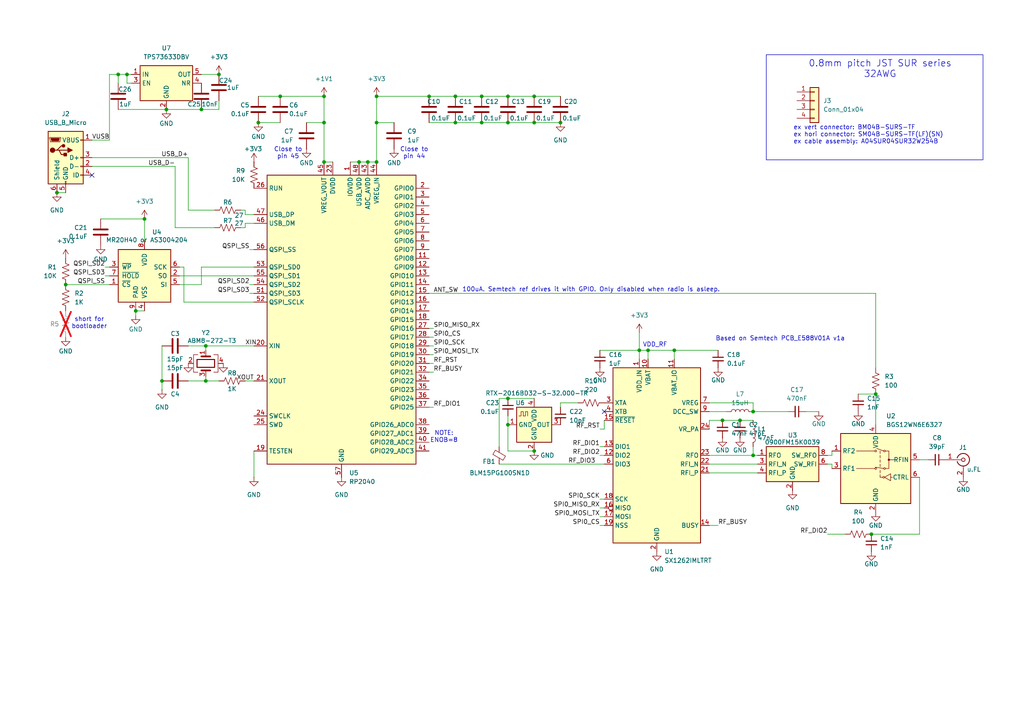
<source format=kicad_sch>
(kicad_sch (version 20231120) (generator "eeschema") (generator_version "8.0")
  (paper "A4")
  (lib_symbols
    (symbol "Connector:Conn_Coaxial" (pin_names (offset 1.016) hide)
      (property "Reference" "J" (at 0.254 3.048 0))
      (property "Value" "Conn_Coaxial" (at 2.921 0 90))
      (symbol "Conn_Coaxial_1_1"
        (pin passive line (at -5.08 0 0) (length 2.54) (name "In") (number "1"))
        (pin passive line (at 0 -5.08 90) (length 2.54) (name "Ext") (number "2"))
      )
    )
    (symbol "Connector:USB_B_Micro" (pin_names (offset 1.016))
      (property "Reference" "J" (at -5.08 11.43 0))
      (property "Value" "USB_B_Micro" (at -5.08 8.89 0))
      (symbol "USB_B_Micro_1_1"
        (pin power_out line (at 7.62 5.08 180) (length 2.54) (name "VBUS") (number "1"))
        (pin bidirectional line (at 7.62 -2.54 180) (length 2.54) (name "D-") (number "2"))
        (pin bidirectional line (at 7.62 0 180) (length 2.54) (name "D+") (number "3"))
        (pin passive line (at 7.62 -5.08 180) (length 2.54) (name "ID") (number "4"))
        (pin power_out line (at 0 -10.16 90) (length 2.54) (name "GND") (number "5"))
        (pin passive line (at -2.54 -10.16 90) (length 2.54) (name "Shield") (number "6"))
      )
    )
    (symbol "Connector_Generic:Conn_01x04" (pin_names (offset 1.016) hide)
      (property "Reference" "J" (at 0 5.08 0))
      (property "Value" "Conn_01x04" (at 0 -7.62 0))
      (symbol "Conn_01x04_1_1"
        (pin passive line (at -5.08 2.54 0) (length 3.81) (name "Pin_1") (number "1"))
        (pin passive line (at -5.08 0 0) (length 3.81) (name "Pin_2") (number "2"))
        (pin passive line (at -5.08 -2.54 0) (length 3.81) (name "Pin_3") (number "3"))
        (pin passive line (at -5.08 -5.08 0) (length 3.81) (name "Pin_4") (number "4"))
      )
    )
    (symbol "Device:C" (pin_numbers hide) (pin_names (offset 0.254))
      (property "Reference" "C" (at 0.635 2.54 0))
      (property "Value" "C" (at 0.635 -2.54 0))
      (symbol "C_1_1"
        (pin passive line (at 0 3.81 270) (length 2.794) (name "~") (number "1"))
        (pin passive line (at 0 -3.81 90) (length 2.794) (name "~") (number "2"))
      )
    )
    (symbol "Device:C_Small" (pin_numbers hide) (pin_names (offset 0.254) hide)
      (property "Reference" "C" (at 0.254 1.778 0))
      (property "Value" "C_Small" (at 0.254 -2.032 0))
      (symbol "C_Small_1_1"
        (pin passive line (at 0 2.54 270) (length 2.032) (name "~") (number "1"))
        (pin passive line (at 0 -2.54 90) (length 2.032) (name "~") (number "2"))
      )
    )
    (symbol "Device:FerriteBead_Small" (pin_numbers hide) (pin_names (offset 0))
      (property "Reference" "FB" (at 1.905 1.27 0))
      (property "Value" "FerriteBead_Small" (at 1.905 -1.27 0))
      (symbol "FerriteBead_Small_1_1"
        (pin passive line (at 0 2.54 270) (length 1.27) (name "~") (number "1"))
        (pin passive line (at 0 -2.54 90) (length 1.27) (name "~") (number "2"))
      )
    )
    (symbol "Device:L" (pin_numbers hide) (pin_names (offset 1.016) hide)
      (property "Reference" "L" (at -1.27 0 90))
      (property "Value" "L" (at 1.905 0 90))
      (symbol "L_1_1"
        (pin passive line (at 0 3.81 270) (length 1.27) (name "1") (number "1"))
        (pin passive line (at 0 -3.81 90) (length 1.27) (name "2") (number "2"))
      )
    )
    (symbol "Device:R_US" (pin_numbers hide) (pin_names (offset 0))
      (property "Reference" "R" (at 2.54 0 90))
      (property "Value" "R_US" (at -2.54 0 90))
      (symbol "R_US_1_1"
        (pin passive line (at 0 3.81 270) (length 1.27) (name "~") (number "1"))
        (pin passive line (at 0 -3.81 90) (length 1.27) (name "~") (number "2"))
      )
    )
    (symbol "Filter:0900FM15K0039"
      (property "Reference" "FL" (at -6.35 -6.35 0))
      (property "Value" "0900FM15K0039" (at 0 6.35 0))
      (symbol "0900FM15K0039_0_0"
        (pin passive line (at -10.16 2.54 0) (length 2.54) (name "RFO") (number "1"))
        (pin passive line (at 0 -7.62 90) (length 2.54) hide (name "GND") (number "10"))
        (pin power_in line (at 0 -7.62 90) (length 2.54) (name "GND") (number "2"))
        (pin passive line (at -10.16 0 0) (length 2.54) (name "RFI_N") (number "3"))
        (pin passive line (at -10.16 -2.54 0) (length 2.54) (name "RFI_P") (number "4"))
        (pin passive line (at 0 -7.62 90) (length 2.54) hide (name "GND") (number "5"))
        (pin passive line (at 10.16 0 180) (length 2.54) (name "SW_RFI") (number "6"))
        (pin passive line (at 0 -7.62 90) (length 2.54) hide (name "GND") (number "7"))
        (pin passive line (at 10.16 2.54 180) (length 2.54) (name "SW_RFO") (number "8"))
        (pin passive line (at 0 -7.62 90) (length 2.54) hide (name "GND") (number "9"))
      )
    )
    (symbol "MCU_RaspberryPi:RP2040"
      (property "Reference" "U" (at 17.78 45.72 0))
      (property "Value" "RP2040" (at 17.78 43.18 0))
      (symbol "RP2040_1_1"
        (pin power_in line (at 2.54 45.72 270) (length 3.81) (name "IOVDD") (number "1"))
        (pin passive line (at 2.54 45.72 270) (length 3.81) hide (name "IOVDD") (number "10"))
        (pin bidirectional line (at 25.4 17.78 180) (length 3.81) (name "GPIO8") (number "11"))
        (pin bidirectional line (at 25.4 15.24 180) (length 3.81) (name "GPIO9") (number "12"))
        (pin bidirectional line (at 25.4 12.7 180) (length 3.81) (name "GPIO10") (number "13"))
        (pin bidirectional line (at 25.4 10.16 180) (length 3.81) (name "GPIO11") (number "14"))
        (pin bidirectional line (at 25.4 7.62 180) (length 3.81) (name "GPIO12") (number "15"))
        (pin bidirectional line (at 25.4 5.08 180) (length 3.81) (name "GPIO13") (number "16"))
        (pin bidirectional line (at 25.4 2.54 180) (length 3.81) (name "GPIO14") (number "17"))
        (pin bidirectional line (at 25.4 0 180) (length 3.81) (name "GPIO15") (number "18"))
        (pin input line (at -25.4 -38.1 0) (length 3.81) (name "TESTEN") (number "19"))
        (pin bidirectional line (at 25.4 38.1 180) (length 3.81) (name "GPIO0") (number "2"))
        (pin input line (at -25.4 -7.62 0) (length 3.81) (name "XIN") (number "20"))
        (pin passive line (at -25.4 -17.78 0) (length 3.81) (name "XOUT") (number "21"))
        (pin passive line (at 2.54 45.72 270) (length 3.81) hide (name "IOVDD") (number "22"))
        (pin power_in line (at -2.54 45.72 270) (length 3.81) (name "DVDD") (number "23"))
        (pin input line (at -25.4 -27.94 0) (length 3.81) (name "SWCLK") (number "24"))
        (pin bidirectional line (at -25.4 -30.48 0) (length 3.81) (name "SWD") (number "25"))
        (pin input line (at -25.4 38.1 0) (length 3.81) (name "RUN") (number "26"))
        (pin bidirectional line (at 25.4 -2.54 180) (length 3.81) (name "GPIO16") (number "27"))
        (pin bidirectional line (at 25.4 -5.08 180) (length 3.81) (name "GPIO17") (number "28"))
        (pin bidirectional line (at 25.4 -7.62 180) (length 3.81) (name "GPIO18") (number "29"))
        (pin bidirectional line (at 25.4 35.56 180) (length 3.81) (name "GPIO1") (number "3"))
        (pin bidirectional line (at 25.4 -10.16 180) (length 3.81) (name "GPIO19") (number "30"))
        (pin bidirectional line (at 25.4 -12.7 180) (length 3.81) (name "GPIO20") (number "31"))
        (pin bidirectional line (at 25.4 -15.24 180) (length 3.81) (name "GPIO21") (number "32"))
        (pin passive line (at 2.54 45.72 270) (length 3.81) hide (name "IOVDD") (number "33"))
        (pin bidirectional line (at 25.4 -17.78 180) (length 3.81) (name "GPIO22") (number "34"))
        (pin bidirectional line (at 25.4 -20.32 180) (length 3.81) (name "GPIO23") (number "35"))
        (pin bidirectional line (at 25.4 -22.86 180) (length 3.81) (name "GPIO24") (number "36"))
        (pin bidirectional line (at 25.4 -25.4 180) (length 3.81) (name "GPIO25") (number "37"))
        (pin bidirectional line (at 25.4 -30.48 180) (length 3.81) (name "GPIO26_ADC0") (number "38"))
        (pin bidirectional line (at 25.4 -33.02 180) (length 3.81) (name "GPIO27_ADC1") (number "39"))
        (pin bidirectional line (at 25.4 33.02 180) (length 3.81) (name "GPIO2") (number "4"))
        (pin bidirectional line (at 25.4 -35.56 180) (length 3.81) (name "GPIO28_ADC2") (number "40"))
        (pin bidirectional line (at 25.4 -38.1 180) (length 3.81) (name "GPIO29_ADC3") (number "41"))
        (pin passive line (at 2.54 45.72 270) (length 3.81) hide (name "IOVDD") (number "42"))
        (pin power_in line (at 7.62 45.72 270) (length 3.81) (name "ADC_AVDD") (number "43"))
        (pin power_in line (at 10.16 45.72 270) (length 3.81) (name "VREG_IN") (number "44"))
        (pin power_out line (at -5.08 45.72 270) (length 3.81) (name "VREG_VOUT") (number "45"))
        (pin bidirectional line (at -25.4 27.94 0) (length 3.81) (name "USB_DM") (number "46"))
        (pin bidirectional line (at -25.4 30.48 0) (length 3.81) (name "USB_DP") (number "47"))
        (pin power_in line (at 5.08 45.72 270) (length 3.81) (name "USB_VDD") (number "48"))
        (pin passive line (at 2.54 45.72 270) (length 3.81) hide (name "IOVDD") (number "49"))
        (pin bidirectional line (at 25.4 30.48 180) (length 3.81) (name "GPIO3") (number "5"))
        (pin passive line (at -2.54 45.72 270) (length 3.81) hide (name "DVDD") (number "50"))
        (pin bidirectional line (at -25.4 7.62 0) (length 3.81) (name "QSPI_SD3") (number "51"))
        (pin output line (at -25.4 5.08 0) (length 3.81) (name "QSPI_SCLK") (number "52"))
        (pin bidirectional line (at -25.4 15.24 0) (length 3.81) (name "QSPI_SD0") (number "53"))
        (pin bidirectional line (at -25.4 10.16 0) (length 3.81) (name "QSPI_SD2") (number "54"))
        (pin bidirectional line (at -25.4 12.7 0) (length 3.81) (name "QSPI_SD1") (number "55"))
        (pin bidirectional line (at -25.4 20.32 0) (length 3.81) (name "QSPI_SS") (number "56"))
        (pin power_in line (at 0 -45.72 90) (length 3.81) (name "GND") (number "57"))
        (pin bidirectional line (at 25.4 27.94 180) (length 3.81) (name "GPIO4") (number "6"))
        (pin bidirectional line (at 25.4 25.4 180) (length 3.81) (name "GPIO5") (number "7"))
        (pin bidirectional line (at 25.4 22.86 180) (length 3.81) (name "GPIO6") (number "8"))
        (pin bidirectional line (at 25.4 20.32 180) (length 3.81) (name "GPIO7") (number "9"))
      )
    )
    (symbol "Memory_NVRAM:MR20H40" (pin_names (offset 1.016))
      (property "Reference" "U" (at -7.62 8.89 0))
      (property "Value" "MR20H40" (at 1.27 8.89 0))
      (symbol "MR20H40_1_1"
        (pin input line (at -10.16 -2.54 0) (length 2.54) (name "~{CS}") (number "1"))
        (pin output line (at 10.16 0 180) (length 2.54) (name "SO") (number "2"))
        (pin input line (at -10.16 2.54 0) (length 2.54) (name "~{WP}") (number "3"))
        (pin power_in line (at 0 -10.16 90) (length 2.54) (name "VSS") (number "4"))
        (pin input line (at 10.16 -2.54 180) (length 2.54) (name "SI") (number "5"))
        (pin input line (at 10.16 2.54 180) (length 2.54) (name "SCK") (number "6"))
        (pin input line (at -10.16 0 0) (length 2.54) (name "~{HOLD}") (number "7"))
        (pin power_in line (at 0 10.16 270) (length 2.54) (name "VDD") (number "8"))
        (pin power_in line (at -2.54 -10.16 90) (length 2.54) (name "PAD") (number "9"))
      )
    )
    (symbol "RF:SX1262IMLTRT"
      (property "Reference" "U" (at 13.97 24.13 0))
      (property "Value" "SX1262IMLTRT" (at 13.97 21.59 0))
      (symbol "SX1262IMLTRT_1_1"
        (pin power_in line (at -5.08 27.94 270) (length 2.54) (name "VDD_IN") (number "1"))
        (pin power_in line (at -2.54 27.94 270) (length 2.54) (name "VBAT") (number "10"))
        (pin power_in line (at 5.08 27.94 270) (length 2.54) (name "VBAT_IO") (number "11"))
        (pin bidirectional line (at -15.24 0 0) (length 2.54) (name "DIO2") (number "12"))
        (pin bidirectional line (at -15.24 2.54 0) (length 2.54) (name "DIO1") (number "13"))
        (pin output line (at 15.24 -20.32 180) (length 2.54) (name "BUSY") (number "14"))
        (pin input line (at -15.24 10.16 0) (length 2.54) (name "~{RESET}") (number "15"))
        (pin tri_state inverted (at -15.24 -15.24 0) (length 2.54) (name "MISO") (number "16"))
        (pin input line (at -15.24 -17.78 0) (length 2.54) (name "MOSI") (number "17"))
        (pin input line (at -15.24 -12.7 0) (length 2.54) (name "SCK") (number "18"))
        (pin input line (at -15.24 -20.32 0) (length 2.54) (name "NSS") (number "19"))
        (pin power_in line (at 0 -27.94 90) (length 2.54) (name "GND") (number "2"))
        (pin passive line (at 0 -27.94 90) (length 2.54) hide (name "GND") (number "20"))
        (pin input line (at 15.24 -5.08 180) (length 2.54) (name "RFI_P") (number "21"))
        (pin input line (at 15.24 -2.54 180) (length 2.54) (name "RFI_N") (number "22"))
        (pin output line (at 15.24 0 180) (length 2.54) (name "RFO") (number "23"))
        (pin power_out line (at 15.24 7.62 180) (length 2.54) (name "VR_PA") (number "24"))
        (pin passive line (at 0 -27.94 90) (length 2.54) hide (name "GND") (number "25"))
        (pin bidirectional line (at -15.24 15.24 0) (length 2.54) (name "XTA") (number "3"))
        (pin bidirectional line (at -15.24 12.7 0) (length 2.54) (name "XTB") (number "4"))
        (pin passive line (at 0 -27.94 90) (length 2.54) hide (name "GND") (number "5"))
        (pin bidirectional line (at -15.24 -2.54 0) (length 2.54) (name "DIO3") (number "6"))
        (pin power_out line (at 15.24 15.24 180) (length 2.54) (name "VREG") (number "7"))
        (pin passive line (at 0 -27.94 90) (length 2.54) hide (name "GND") (number "8"))
        (pin power_out line (at 15.24 12.7 180) (length 2.54) (name "DCC_SW") (number "9"))
      )
    )
    (symbol "RF_Switch:BGS12WN6E6327"
      (property "Reference" "U" (at -10.16 11.43 0))
      (property "Value" "BGS12WN6E6327" (at 1.27 11.43 0))
      (symbol "BGS12WN6E6327_1_1"
        (pin passive line (at 12.7 5.08 180) (length 2.54) (name "RF2") (number "1"))
        (pin power_in line (at 0 -12.7 90) (length 2.54) (name "GND") (number "2"))
        (pin passive line (at 12.7 0 180) (length 2.54) (name "RF1") (number "3"))
        (pin power_in line (at 0 12.7 270) (length 2.54) (name "VDD") (number "4"))
        (pin passive line (at -12.7 2.54 0) (length 2.54) (name "RFIN") (number "5"))
        (pin input line (at -12.7 -2.54 0) (length 2.54) (name "CTRL") (number "6"))
      )
    )
    (symbol "Regulator_Linear:TPS73633DBV"
      (property "Reference" "U" (at -6.35 6.35 0))
      (property "Value" "TPS73633DBV" (at 1.27 6.35 0))
      (symbol "TPS73633DBV_1_1"
        (pin power_in line (at -10.16 2.54 0) (length 2.54) (name "IN") (number "1"))
        (pin power_in line (at 0 -7.62 90) (length 2.54) (name "GND") (number "2"))
        (pin input line (at -10.16 0 0) (length 2.54) (name "EN") (number "3"))
        (pin passive line (at 10.16 0 180) (length 2.54) (name "NR") (number "4"))
        (pin power_out line (at 10.16 2.54 180) (length 2.54) (name "OUT") (number "5"))
      )
    )
    (symbol "power:+1V1" (power) (pin_numbers hide) (pin_names (offset 0) hide)
      (property "Value" "+1V1" (at 0 3.556 0))
      (symbol "+1V1_1_1"
        (pin power_in line (at 0 0 90) (length 0) (name "~") (number "1"))
      )
    )
    (symbol "power:+3V3" (power) (pin_numbers hide) (pin_names (offset 0) hide)
      (property "Value" "+3V3" (at 0 3.556 0))
      (symbol "+3V3_1_1"
        (pin power_in line (at 0 0 90) (length 0) (name "~") (number "1"))
      )
    )
    (symbol "power:GND" (power) (pin_numbers hide) (pin_names (offset 0) hide)
      (property "Value" "GND" (at 0 -3.81 0))
      (symbol "GND_1_1"
        (pin power_in line (at 0 0 270) (length 0) (name "~") (number "1"))
      )
    )
    (symbol "symbols:ABM8-273-T3" (pin_names (offset 1.016) hide)
      (property "Reference" "Y" (at 3.175 5.08 0))
      (property "Value" "ABM8-272-T3" (at 3.175 3.175 0))
      (symbol "ABM8-273-T3_1_1"
        (pin passive line (at -3.81 0 0) (length 1.27) (name "1") (number "1"))
        (pin passive line (at 0 5.08 270) (length 1.27) (name "2") (number "2"))
        (pin passive line (at 3.81 0 180) (length 1.27) (name "3") (number "3"))
        (pin passive line (at 0 -5.08 90) (length 1.27) (name "4") (number "4"))
      )
    )
    (symbol "symbols:RTX-2016BD32-S-32.000-TR"
      (property "Reference" "U" (at 8.89 6.3186 0))
      (property "Value" "RTX-2016BD32-S-32.000-TR" (at 8.89 3.7786 0))
      (symbol "RTX-2016BD32-S-32.000-TR_1_1"
        (pin power_in line (at -7.62 0 0) (length 2.54) (name "GND") (number "1"))
        (pin power_in line (at 0 -7.62 90) (length 2.54) (name "GND") (number "2"))
        (pin output line (at 7.62 0 180) (length 2.54) (name "OUT") (number "3"))
        (pin power_in line (at 0 7.62 270) (length 2.54) (name "VDD") (number "4"))
      )
    )
  )
  (junction (at 109.22 27.94))
  (junction (at 187.96 101.6))
  (junction (at 59.69 100.33))
  (junction (at 154.94 35.56))
  (junction (at 147.32 27.94))
  (junction (at 147.32 35.56))
  (junction (at 132.08 27.94))
  (junction (at 252.73 154.94))
  (junction (at 154.94 27.94))
  (junction (at 185.42 101.6))
  (junction (at 139.7 35.56))
  (junction (at 16.51 55.88))
  (junction (at 147.32 115.57))
  (junction (at 195.58 101.6))
  (junction (at 81.28 27.94))
  (junction (at 46.99 110.49))
  (junction (at 209.55 121.92))
  (junction (at 74.93 35.56))
  (junction (at 124.46 27.94))
  (junction (at 162.56 35.56))
  (junction (at 147.32 123.19))
  (junction (at 36.83 21.59))
  (junction (at 132.08 35.56))
  (junction (at 254 114.3))
  (junction (at 214.63 121.92))
  (junction (at 139.7 27.94))
  (junction (at 41.91 63.5))
  (junction (at 93.98 27.94))
  (junction (at 104.14 46.99))
  (junction (at 109.22 35.56))
  (junction (at 93.98 35.56))
  (junction (at 19.05 82.55))
  (junction (at 58.42 31.75))
  (junction (at 48.26 31.75))
  (junction (at 39.37 90.17))
  (junction (at 63.5 21.59))
  (junction (at 93.98 46.99))
  (junction (at 154.94 130.81))
  (junction (at 218.44 132.08))
  (junction (at 59.69 110.49))
  (junction (at 106.68 46.99))
  (junction (at 109.22 46.99))
  (junction (at 34.29 21.59))
  (junction (at 218.44 119.38))
  (no_connect (at 26.67 50.8))
  (no_connect (at 175.26 119.38))
  (wire (pts (xy 144.78 115.57) (xy 144.78 129.54)))
  (wire (pts (xy 26.67 40.64) (xy 31.75 40.64)))
  (wire (pts (xy 71.12 66.04) (xy 71.12 64.77)))
  (wire (pts (xy 205.74 116.84) (xy 218.44 116.84)))
  (wire (pts (xy 195.58 101.6) (xy 208.28 101.6)))
  (wire (pts (xy 72.39 82.55) (xy 73.66 82.55)))
  (wire (pts (xy 54.61 45.72) (xy 26.67 45.72)))
  (wire (pts (xy 30.48 77.47) (xy 31.75 77.47)))
  (wire (pts (xy 69.85 60.96) (xy 71.12 60.96)))
  (wire (pts (xy 104.14 46.99) (xy 106.68 46.99)))
  (wire (pts (xy 124.46 27.94) (xy 132.08 27.94)))
  (wire (pts (xy 16.51 55.88) (xy 19.05 55.88)))
  (wire (pts (xy 241.3 135.89) (xy 241.3 134.62)))
  (wire (pts (xy 147.32 123.19) (xy 147.32 130.81)))
  (wire (pts (xy 125.73 105.41) (xy 124.46 105.41)))
  (wire (pts (xy 31.75 40.64) (xy 31.75 21.59)))
  (wire (pts (xy 109.22 35.56) (xy 109.22 46.99)))
  (wire (pts (xy 144.78 115.57) (xy 147.32 115.57)))
  (wire (pts (xy 93.98 27.94) (xy 93.98 35.56)))
  (wire (pts (xy 205.74 137.16) (xy 219.71 137.16)))
  (wire (pts (xy 71.12 60.96) (xy 71.12 62.23)))
  (wire (pts (xy 73.66 130.81) (xy 73.66 138.43)))
  (wire (pts (xy 109.22 35.56) (xy 114.3 35.56)))
  (wire (pts (xy 59.69 100.33) (xy 59.69 101.6)))
  (wire (pts (xy 125.73 95.25) (xy 124.46 95.25)))
  (wire (pts (xy 240.03 132.08) (xy 241.3 132.08)))
  (wire (pts (xy 254 123.19) (xy 254 114.3)))
  (wire (pts (xy 173.99 144.78) (xy 175.26 144.78)))
  (wire (pts (xy 147.32 130.81) (xy 154.94 130.81)))
  (wire (pts (xy 71.12 62.23) (xy 73.66 62.23)))
  (wire (pts (xy 54.61 110.49) (xy 59.69 110.49)))
  (wire (pts (xy 34.29 21.59) (xy 34.29 24.13)))
  (wire (pts (xy 38.1 24.13) (xy 36.83 24.13)))
  (wire (pts (xy 109.22 27.94) (xy 124.46 27.94)))
  (wire (pts (xy 46.99 110.49) (xy 46.99 113.03)))
  (wire (pts (xy 88.9 35.56) (xy 93.98 35.56)))
  (wire (pts (xy 63.5 29.21) (xy 63.5 31.75)))
  (wire (pts (xy 205.74 134.62) (xy 219.71 134.62)))
  (wire (pts (xy 125.73 118.11) (xy 124.46 118.11)))
  (wire (pts (xy 124.46 85.09) (xy 254 85.09)))
  (wire (pts (xy 53.34 87.63) (xy 53.34 77.47)))
  (wire (pts (xy 34.29 31.75) (xy 48.26 31.75)))
  (wire (pts (xy 218.44 119.38) (xy 228.6 119.38)))
  (wire (pts (xy 252.73 154.94) (xy 266.7 154.94)))
  (wire (pts (xy 173.99 101.6) (xy 185.42 101.6)))
  (wire (pts (xy 144.78 134.62) (xy 175.26 134.62)))
  (wire (pts (xy 71.12 110.49) (xy 73.66 110.49)))
  (wire (pts (xy 209.55 121.92) (xy 214.63 121.92)))
  (wire (pts (xy 54.61 60.96) (xy 62.23 60.96)))
  (wire (pts (xy 125.73 100.33) (xy 124.46 100.33)))
  (wire (pts (xy 46.99 100.33) (xy 46.99 110.49)))
  (wire (pts (xy 19.05 82.55) (xy 31.75 82.55)))
  (wire (pts (xy 93.98 46.99) (xy 96.52 46.99)))
  (wire (pts (xy 41.91 90.17) (xy 39.37 90.17)))
  (wire (pts (xy 154.94 27.94) (xy 162.56 27.94)))
  (wire (pts (xy 125.73 102.87) (xy 124.46 102.87)))
  (wire (pts (xy 73.66 77.47) (xy 58.42 77.47)))
  (wire (pts (xy 59.69 110.49) (xy 63.5 110.49)))
  (wire (pts (xy 101.6 46.99) (xy 104.14 46.99)))
  (wire (pts (xy 125.73 107.95) (xy 124.46 107.95)))
  (wire (pts (xy 59.69 109.22) (xy 59.69 110.49)))
  (wire (pts (xy 106.68 46.99) (xy 109.22 46.99)))
  (wire (pts (xy 240.03 154.94) (xy 245.11 154.94)))
  (wire (pts (xy 36.83 24.13) (xy 36.83 21.59)))
  (wire (pts (xy 54.61 100.33) (xy 59.69 100.33)))
  (wire (pts (xy 185.42 104.14) (xy 185.42 101.6)))
  (wire (pts (xy 125.73 97.79) (xy 124.46 97.79)))
  (wire (pts (xy 29.21 63.5) (xy 41.91 63.5)))
  (wire (pts (xy 205.74 152.4) (xy 208.28 152.4)))
  (wire (pts (xy 50.8 66.04) (xy 62.23 66.04)))
  (wire (pts (xy 69.85 66.04) (xy 71.12 66.04)))
  (wire (pts (xy 52.07 80.01) (xy 73.66 80.01)))
  (wire (pts (xy 187.96 104.14) (xy 187.96 101.6)))
  (wire (pts (xy 205.74 124.46) (xy 205.74 121.92)))
  (wire (pts (xy 58.42 31.75) (xy 48.26 31.75)))
  (wire (pts (xy 31.75 21.59) (xy 34.29 21.59)))
  (wire (pts (xy 36.83 21.59) (xy 38.1 21.59)))
  (wire (pts (xy 72.39 85.09) (xy 73.66 85.09)))
  (wire (pts (xy 30.48 80.01) (xy 31.75 80.01)))
  (wire (pts (xy 173.99 129.54) (xy 175.26 129.54)))
  (wire (pts (xy 58.42 21.59) (xy 63.5 21.59)))
  (wire (pts (xy 72.39 72.39) (xy 73.66 72.39)))
  (wire (pts (xy 214.63 121.92) (xy 218.44 121.92)))
  (wire (pts (xy 147.32 115.57) (xy 154.94 115.57)))
  (wire (pts (xy 162.56 116.84) (xy 162.56 118.11)))
  (wire (pts (xy 173.99 132.08) (xy 175.26 132.08)))
  (wire (pts (xy 139.7 35.56) (xy 147.32 35.56)))
  (wire (pts (xy 50.8 66.04) (xy 50.8 48.26)))
  (wire (pts (xy 173.99 149.86) (xy 175.26 149.86)))
  (wire (pts (xy 195.58 101.6) (xy 195.58 104.14)))
  (wire (pts (xy 205.74 132.08) (xy 218.44 132.08)))
  (wire (pts (xy 173.99 152.4) (xy 175.26 152.4)))
  (wire (pts (xy 58.42 31.75) (xy 63.5 31.75)))
  (wire (pts (xy 147.32 35.56) (xy 154.94 35.56)))
  (wire (pts (xy 266.7 154.94) (xy 266.7 138.43)))
  (wire (pts (xy 241.3 134.62) (xy 240.03 134.62)))
  (wire (pts (xy 175.26 124.46) (xy 175.26 121.92)))
  (wire (pts (xy 218.44 116.84) (xy 218.44 119.38)))
  (wire (pts (xy 93.98 35.56) (xy 93.98 46.99)))
  (wire (pts (xy 205.74 119.38) (xy 210.82 119.38)))
  (wire (pts (xy 266.7 133.35) (xy 269.24 133.35)))
  (wire (pts (xy 205.74 121.92) (xy 209.55 121.92)))
  (wire (pts (xy 173.99 124.46) (xy 175.26 124.46)))
  (wire (pts (xy 73.66 87.63) (xy 53.34 87.63)))
  (wire (pts (xy 74.93 27.94) (xy 81.28 27.94)))
  (wire (pts (xy 59.69 100.33) (xy 73.66 100.33)))
  (wire (pts (xy 139.7 27.94) (xy 147.32 27.94)))
  (wire (pts (xy 41.91 63.5) (xy 41.91 69.85)))
  (wire (pts (xy 132.08 35.56) (xy 139.7 35.56)))
  (wire (pts (xy 58.42 77.47) (xy 58.42 82.55)))
  (wire (pts (xy 54.61 60.96) (xy 54.61 45.72)))
  (wire (pts (xy 34.29 21.59) (xy 36.83 21.59)))
  (wire (pts (xy 167.64 116.84) (xy 162.56 116.84)))
  (wire (pts (xy 109.22 27.94) (xy 109.22 35.56)))
  (wire (pts (xy 124.46 35.56) (xy 132.08 35.56)))
  (wire (pts (xy 187.96 101.6) (xy 195.58 101.6)))
  (wire (pts (xy 218.44 129.54) (xy 218.44 132.08)))
  (wire (pts (xy 53.34 77.47) (xy 52.07 77.47)))
  (wire (pts (xy 254 114.3) (xy 248.92 114.3)))
  (wire (pts (xy 173.99 147.32) (xy 175.26 147.32)))
  (wire (pts (xy 147.32 27.94) (xy 154.94 27.94)))
  (wire (pts (xy 154.94 35.56) (xy 162.56 35.56)))
  (wire (pts (xy 185.42 96.52) (xy 185.42 101.6)))
  (wire (pts (xy 185.42 101.6) (xy 187.96 101.6)))
  (wire (pts (xy 50.8 48.26) (xy 26.67 48.26)))
  (wire (pts (xy 233.68 119.38) (xy 237.49 119.38)))
  (wire (pts (xy 147.32 120.65) (xy 147.32 123.19)))
  (wire (pts (xy 71.12 64.77) (xy 73.66 64.77)))
  (wire (pts (xy 39.37 90.17) (xy 39.37 91.44)))
  (wire (pts (xy 58.42 82.55) (xy 52.07 82.55)))
  (wire (pts (xy 254 85.09) (xy 254 106.68)))
  (wire (pts (xy 218.44 132.08) (xy 219.71 132.08)))
  (wire (pts (xy 74.93 35.56) (xy 81.28 35.56)))
  (wire (pts (xy 241.3 132.08) (xy 241.3 130.81)))
  (wire (pts (xy 132.08 27.94) (xy 139.7 27.94)))
  (wire (pts (xy 81.28 27.94) (xy 93.98 27.94)))
  (rectangle (start 222.25 15.875) (end 285.115 46.355))
  (text "0.8mm pitch JST SUR series\n32AWG" (at 255.27 20.066 0) (effects (font (size 1.905 1.905))))
  (text "ex vert connector: BM04B-SURS-TF\nex hori connector: SM04B-SURS-TF(LF)(SN)\nex cable assembly: A04SUR04SUR32W254B" (at 230.124 39.116 0) (effects (font (size 1.27 1.27)) (justify left)))
  (text "NOTE:\nENOB=8" (at 128.778 126.746 0) (effects (font (size 1.27 1.27))))
  (text "100uA. Semtech ref drives it with GPIO. Only disabled when radio is asleep." (at 171.45 84.074 0) (effects (font (size 1.27 1.27))))
  (text "Close to\npin 45" (at 83.566 44.45 0) (effects (font (size 1.27 1.27))))
  (text "VDD_RF" (at 189.992 100.076 0) (effects (font (size 1.27 1.27))))
  (text "Close to\npin 44" (at 120.142 44.45 0) (effects (font (size 1.27 1.27))))
  (text "short for\nbootloader" (at 25.908 93.726 0) (effects (font (size 1.27 1.27))))
  (text "Based on Semtech PCB_E588V01A v1a" (at 226.314 98.298 0) (effects (font (size 1.27 1.27))))
  (label "QSPI_SD3" (at 30.48 80.01 180))
  (label "SPI0_MISO_RX" (at 173.99 147.32 180))
  (label "RF_DIO1" (at 173.99 129.54 180))
  (label "USB_D+" (at 54.61 45.72 180))
  (label "SPI0_CS" (at 173.99 152.4 180))
  (label "ANT_SW" (at 125.73 85.09 0))
  (label "RF_DIO2" (at 173.99 132.08 180))
  (label "XIN" (at 71.12 100.33 0))
  (label "SPI0_SCK" (at 125.73 100.33 0))
  (label "SPI0_SCK" (at 173.99 144.78 180))
  (label "VUSB" (at 26.67 40.64 0))
  (label "RF_DIO3" (at 172.72 134.62 180))
  (label "QSPI_SS" (at 30.48 82.55 180))
  (label "QSPI_SD3" (at 72.39 85.09 180))
  (label "SPI0_MOSI_TX" (at 173.99 149.86 180))
  (label "RF_BUSY" (at 125.73 107.95 0))
  (label "QSPI_SS" (at 72.39 72.39 180))
  (label "RF_DIO1" (at 125.73 118.11 0))
  (label "QSPI_SD2" (at 30.48 77.47 180))
  (label "RF_BUSY" (at 208.28 152.4 0))
  (label "USB_D-" (at 50.8 48.26 180))
  (label "SPI0_MOSI_TX" (at 125.73 102.87 0))
  (label "SPI0_MISO_RX" (at 125.73 95.25 0))
  (label "QSPI_SD2" (at 72.39 82.55 180))
  (label "RF_RST" (at 173.99 124.46 180))
  (label "XOUT" (at 73.66 110.49 180))
  (label "RF_RST" (at 125.73 105.41 0))
  (label "SPI0_CS" (at 125.73 97.79 0))
  (label "RF_DIO2" (at 240.03 154.94 180))
  (symbol (lib_id "Device:FerriteBead_Small") (at 144.78 132.08 0) (unit 1)
    (property "Reference" "FB1" (at 139.954 133.858 0) (effects (justify left)))
    (property "Value" "BLM15PG100SN1D" (at 136.144 137.16 0) (effects (justify left)))
    (property "Footprint" "custom-footprints:sx126x_L_0402" (effects (hide yes)))
    (property "Description" "Ferrite bead, small symbol" (effects (hide yes)))
  )
  (symbol (lib_id "Device:C") (at 81.28 31.75 180) (unit 1)
    (property "Reference" "C6" (at 83.82 30.48 0) (effects (justify right)))
    (property "Value" "0.1uF" (at 83.82 33.02 0) (effects (justify right)))
    (property "Footprint" "custom-footprints:sx126x_C_0201" (effects (hide yes)))
  )
  (symbol (lib_id "Connector:USB_B_Micro") (at 19.05 45.72 0) (unit 1)
    (property "Reference" "J2" (at 19.05 33.02 0))
    (property "Value" "USB_B_Micro" (at 19.05 35.56 0))
    (property "Footprint" "Connector_USB:USB_Micro-B_Molex-105017-0001" (effects (hide yes)))
    (property "Description" "USB Micro Type B connector" (effects (hide yes)))
  )
  (symbol (lib_id "Device:C") (at 50.8 100.33 90) (unit 1)
    (property "Reference" "C3" (at 50.8 96.774 90))
    (property "Value" "15pF" (at 50.8 104.14 90))
    (property "Footprint" "custom-footprints:sx126x_C_0201" (effects (hide yes)))
  )
  (symbol (lib_id "power:+3V3") (at 19.05 74.93 0) (unit 1)
    (property "Reference" "#PWR0119" (effects (hide yes)))
    (property "Value" "+3V3" (at 19.05 69.85 0))
    (property "Description" "Power symbol creates a global label with name \"+3V3\"" (effects (hide yes)))
  )
  (symbol (lib_id "symbols:RTX-2016BD32-S-32.000-TR") (at 154.94 123.19 0) (unit 1)
    (property "Reference" "U6" (at 150.876 116.84 0))
    (property "Value" "RTX-2016BD32-S-32.000-TR" (at 155.702 114.046 0))
    (property "Footprint" "custom-footprints:TXCO_2.0x1.6" (effects (hide yes)))
    (property "Description" "Raltron Electronics XTAL OSC TCXO 32MHZ 2.8V CLP SNW" (effects (hide yes)))
  )
  (symbol (lib_id "Filter:0900FM15K0039") (at 229.87 134.62 0) (unit 1)
    (property "Reference" "U3" (at 229.87 126.238 0))
    (property "Value" "0900FM15K0039" (at 229.87 128.27 0))
    (property "Footprint" "custom-footprints:0900FM15K0039" (effects (hide yes)))
    (property "Datasheet" "https://www.johansontechnology.com/datasheets/0900FM15K0039/0900FM15K0039.pdf" (effects (hide yes)))
    (property "Description" "868MHz/915MHz Sub-GHz Impedance Matched Filter integrated passive for Semtech SX1261, SX1262, LLCC68" (effects (hide yes)))
  )
  (symbol (lib_id "power:GND") (at 237.49 119.38 0) (unit 1)
    (property "Reference" "#PWR0111" (effects (hide yes)))
    (property "Value" "GND" (at 237.49 122.936 0))
    (property "Description" "Power symbol creates a global label with name \"GND\" , ground" (effects (hide yes)))
  )
  (symbol (lib_id "Device:R_US") (at 73.66 50.8 180) (unit 1)
    (property "Reference" "R9" (at 71.12 49.5299 0) (effects (justify left)))
    (property "Value" "10K" (at 71.12 52.0699 0) (effects (justify left)))
    (property "Footprint" "custom-footprints:sx126x_R_0201" (effects (hide yes)))
  )
  (symbol (lib_id "power:GND") (at 46.99 113.03 0) (unit 1)
    (property "Reference" "#PWR0102" (effects (hide yes)))
    (property "Value" "GND" (at 46.99 118.11 0))
    (property "Description" "Power symbol creates a global label with name \"GND\" , ground" (effects (hide yes)))
  )
  (symbol (lib_id "power:+3V3") (at 73.66 46.99 0) (unit 1)
    (property "Reference" "#PWR03" (effects (hide yes)))
    (property "Value" "+3V3" (at 73.406 43.18 0))
    (property "Description" "Power symbol creates a global label with name \"+3V3\"" (effects (hide yes)))
  )
  (symbol (lib_id "power:GND") (at 173.99 106.68 0) (unit 1)
    (property "Reference" "#PWR0116" (effects (hide yes)))
    (property "Value" "GND" (at 173.99 110.236 0))
    (property "Description" "Power symbol creates a global label with name \"GND\" , ground" (effects (hide yes)))
  )
  (symbol (lib_id "Device:C") (at 114.3 39.37 180) (unit 1)
    (property "Reference" "C9" (at 118.11 38.0999 0) (effects (justify right)))
    (property "Value" "1uF" (at 118.11 40.6399 0) (effects (justify right)))
    (property "Footprint" "Capacitor_SMD:C_0402_1005Metric" (effects (hide yes)))
  )
  (symbol (lib_id "power:GND") (at 39.37 91.44 0) (unit 1)
    (property "Reference" "#PWR0120" (effects (hide yes)))
    (property "Value" "GND" (at 39.37 95.504 0))
    (property "Description" "Power symbol creates a global label with name \"GND\" , ground" (effects (hide yes)))
  )
  (symbol (lib_id "Device:C") (at 34.29 27.94 180) (unit 1)
    (property "Reference" "C26" (at 34.29 25.908 0) (effects (justify right)))
    (property "Value" "1uF" (at 34.544 30.226 0) (effects (justify right)))
    (property "Footprint" "Capacitor_SMD:C_0402_1005Metric" (effects (hide yes)))
  )
  (symbol (lib_id "power:GND") (at 190.5 160.02 0) (unit 1)
    (property "Reference" "#PWR0117" (effects (hide yes)))
    (property "Value" "GND" (at 190.5 165.1 0))
    (property "Description" "Power symbol creates a global label with name \"GND\" , ground" (effects (hide yes)))
  )
  (symbol (lib_id "Device:R_US") (at 19.05 78.74 180) (unit 1)
    (property "Reference" "R1" (at 16.51 77.4699 0) (effects (justify left)))
    (property "Value" "10K" (at 16.51 80.0099 0) (effects (justify left)))
    (property "Footprint" "custom-footprints:sx126x_R_0201" (effects (hide yes)))
  )
  (symbol (lib_id "Device:C_Small") (at 214.63 124.46 180) (unit 1)
    (property "Reference" "C2" (at 217.17 123.1835 0) (effects (justify right)))
    (property "Value" "47pF" (at 217.17 125.7235 0) (effects (justify right)))
    (property "Footprint" "custom-footprints:sx126x_C_0201" (effects (hide yes)))
    (property "Description" "Multilayer ceramic capacitors COG ±5%, 50V " (effects (hide yes)))
  )
  (symbol (lib_id "Device:C") (at 63.5 25.4 180) (unit 1)
    (property "Reference" "C24" (at 63.5 23.368 0) (effects (justify right)))
    (property "Value" "1uF" (at 65.786 25.4 0) (effects (justify right)))
    (property "Footprint" "Capacitor_SMD:C_0402_1005Metric" (effects (hide yes)))
  )
  (symbol (lib_id "power:+3V3") (at 63.5 21.59 0) (unit 1)
    (property "Reference" "#PWR07" (effects (hide yes)))
    (property "Value" "+3V3" (at 63.5 16.51 0))
    (property "Description" "Power symbol creates a global label with name \"+3V3\"" (effects (hide yes)))
  )
  (symbol (lib_id "power:GND") (at 208.28 106.68 0) (unit 1)
    (property "Reference" "#PWR0113" (effects (hide yes)))
    (property "Value" "GND" (at 208.28 110.236 0))
    (property "Description" "Power symbol creates a global label with name \"GND\" , ground" (effects (hide yes)))
  )
  (symbol (lib_id "power:GND") (at 229.87 142.24 0) (unit 1)
    (property "Reference" "#PWR0112" (effects (hide yes)))
    (property "Value" "GND" (at 229.87 147.32 0))
    (property "Description" "Power symbol creates a global label with name \"GND\" , ground" (effects (hide yes)))
  )
  (symbol (lib_id "Device:C") (at 147.32 31.75 180) (unit 1)
    (property "Reference" "C13" (at 148.336 29.464 0) (effects (justify right)))
    (property "Value" "0.1uF" (at 147.828 34.29 0) (effects (justify right)))
    (property "Footprint" "custom-footprints:sx126x_C_0201" (effects (hide yes)))
  )
  (symbol (lib_id "power:+3V3") (at 41.91 63.5 0) (unit 1)
    (property "Reference" "#PWR0121" (effects (hide yes)))
    (property "Value" "+3V3" (at 41.91 58.42 0))
    (property "Description" "Power symbol creates a global label with name \"+3V3\"" (effects (hide yes)))
  )
  (symbol (lib_id "Device:R_US") (at 254 110.49 180) (unit 1)
    (property "Reference" "R3" (at 256.54 109.2199 0) (effects (justify right)))
    (property "Value" "100" (at 256.54 111.7599 0) (effects (justify right)))
    (property "Footprint" "custom-footprints:sx126x_R_0201" (effects (hide yes)))
  )
  (symbol (lib_id "power:GND") (at 48.26 31.75 0) (unit 1)
    (property "Reference" "#PWR06" (effects (hide yes)))
    (property "Value" "GND" (at 48.26 35.814 0))
    (property "Description" "Power symbol creates a global label with name \"GND\" , ground" (effects (hide yes)))
  )
  (symbol (lib_id "Device:C_Small") (at 231.14 119.38 270) (unit 1)
    (property "Reference" "C17" (at 231.1336 113.03 90))
    (property "Value" "470nF" (at 231.1336 115.57 90))
    (property "Footprint" "custom-footprints:sx126x_C_0402" (effects (hide yes)))
    (property "Description" "Unpolarized capacitor, small symbol" (effects (hide yes)))
  )
  (symbol (lib_id "power:GND") (at 19.05 97.79 0) (unit 1)
    (property "Reference" "#PWR0122" (effects (hide yes)))
    (property "Value" "GND" (at 19.05 101.854 0))
    (property "Description" "Power symbol creates a global label with name \"GND\" , ground" (effects (hide yes)))
  )
  (symbol (lib_id "Device:C_Small") (at 162.56 120.65 0) (unit 1)
    (property "Reference" "C22" (at 165.1 119.3862 0) (effects (justify left)))
    (property "Value" "10pF" (at 165.1 121.9262 0) (effects (justify left)))
    (property "Footprint" "custom-footprints:sx126x_C_0201" (effects (hide yes)))
    (property "Description" "Unpolarized capacitor, small symbol" (effects (hide yes)))
  )
  (symbol (lib_id "Connector:Conn_Coaxial") (at 279.4 133.35 0) (unit 1)
    (property "Reference" "J1" (at 278.13 129.794 0) (effects (justify left)))
    (property "Value" "u.FL" (at 280.416 136.144 0) (effects (justify left)))
    (property "Footprint" "Connector_Coaxial:U.FL_Hirose_U.FL-R-SMT-1_Vertical" (effects (hide yes)))
    (property "Description" "coaxial connector (BNC, SMA, SMB, SMC, Cinch/RCA, LEMO, ...)" (effects (hide yes)))
  )
  (symbol (lib_id "Device:R_US") (at 66.04 66.04 90) (unit 1)
    (property "Reference" "R7" (at 66.04 64.008 90))
    (property "Value" "27" (at 69.342 64.77 90))
    (property "Footprint" "custom-footprints:sx126x_R_0201" (effects (hide yes)))
  )
  (symbol (lib_id "Device:C") (at 74.93 31.75 180) (unit 1)
    (property "Reference" "C5" (at 72.39 30.48 0) (effects (justify left)))
    (property "Value" "0.1uF" (at 72.39 33.02 0) (effects (justify left)))
    (property "Footprint" "custom-footprints:sx126x_C_0201" (effects (hide yes)))
  )
  (symbol (lib_id "power:GND") (at 252.73 160.02 0) (unit 1)
    (property "Reference" "#PWR0109" (effects (hide yes)))
    (property "Value" "GND" (at 252.73 163.576 0))
    (property "Description" "Power symbol creates a global label with name \"GND\" , ground" (effects (hide yes)))
  )
  (symbol (lib_id "power:GND") (at 114.3 43.18 0) (unit 1)
    (property "Reference" "#PWR0124" (effects (hide yes)))
    (property "Value" "GND" (at 114.3 47.244 0))
    (property "Description" "Power symbol creates a global label with name \"GND\" , ground" (effects (hide yes)))
  )
  (symbol (lib_id "power:GND") (at 248.92 119.38 0) (unit 1)
    (property "Reference" "#PWR0107" (effects (hide yes)))
    (property "Value" "GND" (at 248.92 122.936 0))
    (property "Description" "Power symbol creates a global label with name \"GND\" , ground" (effects (hide yes)))
  )
  (symbol (lib_id "Device:C") (at 139.7 31.75 180) (unit 1)
    (property "Reference" "C12" (at 140.716 29.464 0) (effects (justify right)))
    (property "Value" "0.1uF" (at 140.208 34.29 0) (effects (justify right)))
    (property "Footprint" "custom-footprints:sx126x_C_0201" (effects (hide yes)))
  )
  (symbol (lib_id "Device:L") (at 214.63 119.38 90) (unit 1)
    (property "Reference" "L7" (at 214.63 114.3 90))
    (property "Value" "15uH" (at 214.63 116.84 90))
    (property "Footprint" "custom-footprints:sx126x_L_0805" (effects (hide yes)))
    (property "Description" "MLZ2012M150W " (effects (hide yes)))
  )
  (symbol (lib_id "power:GND") (at 64.77 105.41 0) (unit 1)
    (property "Reference" "#PWR0105" (effects (hide yes)))
    (property "Value" "GND" (effects (hide yes)))
    (property "Description" "Power symbol creates a global label with name \"GND\" , ground" (effects (hide yes)))
  )
  (symbol (lib_id "Device:C") (at 154.94 31.75 180) (unit 1)
    (property "Reference" "C19" (at 155.956 29.464 0) (effects (justify right)))
    (property "Value" "0.1uF" (at 155.448 34.29 0) (effects (justify right)))
    (property "Footprint" "Capacitor_SMD:C_0402_1005Metric" (effects (hide yes)))
  )
  (symbol (lib_id "power:GND") (at 99.06 138.43 0) (unit 1)
    (property "Reference" "#PWR0103" (effects (hide yes)))
    (property "Value" "GND" (at 99.06 143.51 0))
    (property "Description" "Power symbol creates a global label with name \"GND\" , ground" (effects (hide yes)))
  )
  (symbol (lib_id "power:+3V3") (at 109.22 27.94 0) (unit 1)
    (property "Reference" "#PWR0123" (effects (hide yes)))
    (property "Value" "+3V3" (at 109.22 22.86 0))
    (property "Description" "Power symbol creates a global label with name \"+3V3\"" (effects (hide yes)))
  )
  (symbol (lib_id "RF:SX1262IMLTRT") (at 190.5 132.08 0) (unit 1)
    (property "Reference" "U1" (at 192.6941 160.02 0) (effects (justify left)))
    (property "Value" "SX1262IMLTRT" (at 192.6941 162.56 0) (effects (justify left)))
    (property "Footprint" "custom-footprints:VQFN24_4X4MM_SX126x" (effects (hide yes)))
    (property "Datasheet" "https://semtech.file.force.com/sfc/dist/version/download/?oid=00DE0000000JelG&ids=0682R00000IjPWSQA3&d=%2Fa%2F2R000000Un7F%2FyT.fKdAr9ZAo3cJLc4F2cBdUsMftpT2vsOICP7NmvMo" (effects (hide yes)))
    (property "Description" "150 MHz to 960 MHz Low Power Long Range Transceiver, 22dBm output power, spreading factor from 5 to 12, LoRA, QFN-24" (effects (hide yes)))
  )
  (symbol (lib_id "Device:R_US") (at 19.05 93.98 180) (unit 1) (in_bom no) (dnp yes)
    (property "Reference" "R5" (at 14.478 93.98 0) (effects (justify right)))
    (property "Value" "0" (effects (hide yes)))
    (property "Footprint" "custom-footprints:sx126x_R_0201" (effects (hide yes)))
  )
  (symbol (lib_id "MCU_RaspberryPi:RP2040") (at 99.06 92.71 0) (unit 1)
    (property "Reference" "U5" (at 101.2541 137.16 0) (effects (justify left)))
    (property "Value" "RP2040" (at 101.2541 139.7 0) (effects (justify left)))
    (property "Footprint" "Package_DFN_QFN:QFN-56-1EP_7x7mm_P0.4mm_EP3.2x3.2mm" (effects (hide yes)))
    (property "Datasheet" "https://datasheets.raspberrypi.com/rp2040/rp2040-datasheet.pdf" (effects (hide yes)))
    (property "Description" "A microcontroller by Raspberry Pi" (effects (hide yes)))
  )
  (symbol (lib_id "Device:R_US") (at 19.05 86.36 180) (unit 1)
    (property "Reference" "R2" (at 21.59 85.0899 0) (effects (justify right)))
    (property "Value" "1K" (at 21.59 87.6299 0) (effects (justify right)))
    (property "Footprint" "custom-footprints:sx126x_R_0201" (effects (hide yes)))
  )
  (symbol (lib_id "Device:L") (at 218.44 125.73 0) (unit 1)
    (property "Reference" "L1" (at 219.71 124.4599 0) (effects (justify left)))
    (property "Value" "47nF" (at 219.71 126.9999 0) (effects (justify left)))
    (property "Footprint" "custom-footprints:sx126x_L_0402" (effects (hide yes)))
    (property "Description" "LQW15AN47NJ00D FIXED IND 47NH 210MA 1.08OHM SMD" (effects (hide yes)))
  )
  (symbol (lib_id "Device:C_Small") (at 248.92 116.84 180) (unit 1)
    (property "Reference" "C15" (at 251.46 115.5635 0) (effects (justify right)))
    (property "Value" "1nF" (at 251.46 118.1035 0) (effects (justify right)))
    (property "Footprint" "custom-footprints:sx126x_C_0201" (effects (hide yes)))
    (property "Description" "Unpolarized capacitor, small symbol" (effects (hide yes)))
  )
  (symbol (lib_id "Device:C") (at 29.21 67.31 180) (unit 1)
    (property "Reference" "C21" (at 25.4 66.0399 0) (effects (justify left)))
    (property "Value" "0.1uF" (at 25.4 68.5799 0) (effects (justify left)))
    (property "Footprint" "custom-footprints:sx126x_C_0201" (effects (hide yes)))
  )
  (symbol (lib_id "Device:C_Small") (at 147.32 118.11 0) (unit 1)
    (property "Reference" "C23" (at 144.78 116.8462 0) (effects (justify right)))
    (property "Value" "0.1uF" (at 144.78 119.3862 0) (effects (justify right)))
    (property "Footprint" "custom-footprints:sx126x_C_0201" (effects (hide yes)))
    (property "Description" "Unpolarized capacitor, small symbol" (effects (hide yes)))
  )
  (symbol (lib_id "power:GND") (at 88.9 43.18 0) (unit 1)
    (property "Reference" "#PWR0126" (effects (hide yes)))
    (property "Value" "GND" (at 88.9 47.244 0))
    (property "Description" "Power symbol creates a global label with name \"GND\" , ground" (effects (hide yes)))
  )
  (symbol (lib_id "Device:C") (at 162.56 31.75 180) (unit 1)
    (property "Reference" "C20" (at 163.576 29.464 0) (effects (justify right)))
    (property "Value" "0.1uF" (at 163.068 34.29 0) (effects (justify right)))
    (property "Footprint" "Capacitor_SMD:C_0402_1005Metric" (effects (hide yes)))
  )
  (symbol (lib_id "power:GND") (at 162.56 35.56 0) (unit 1)
    (property "Reference" "#PWR01" (effects (hide yes)))
    (property "Value" "GND" (at 162.56 40.64 0))
    (property "Description" "Power symbol creates a global label with name \"GND\" , ground" (effects (hide yes)))
  )
  (symbol (lib_id "power:GND") (at 214.63 127 0) (unit 1)
    (property "Reference" "#PWR0115" (effects (hide yes)))
    (property "Value" "GND" (at 214.63 130.556 0))
    (property "Description" "Power symbol creates a global label with name \"GND\" , ground" (effects (hide yes)))
  )
  (symbol (lib_id "power:GND") (at 279.4 138.43 0) (unit 1)
    (property "Reference" "#PWR0108" (effects (hide yes)))
    (property "Value" "GND" (at 279.4 141.986 0))
    (property "Description" "Power symbol creates a global label with name \"GND\" , ground" (effects (hide yes)))
  )
  (symbol (lib_id "power:GND") (at 73.66 138.43 0) (unit 1)
    (property "Reference" "#PWR0104" (effects (hide yes)))
    (property "Value" "GND" (at 73.66 143.51 0))
    (property "Description" "Power symbol creates a global label with name \"GND\" , ground" (effects (hide yes)))
  )
  (symbol (lib_id "RF_Switch:BGS12WN6E6327") (at 254 135.89 0) (mirror y) (unit 1)
    (property "Reference" "U2" (at 257.0165 120.65 0) (effects (justify right)))
    (property "Value" "BGS12WN6E6327" (at 257.0165 123.19 0) (effects (justify right)))
    (property "Footprint" "Package_LGA:Infineon_PG-TSNP-6-10_0.7x1.1mm_0.7x1.1mm_P0.4mm" (effects (hide yes)))
    (property "Datasheet" "https://www.infineon.com/dgdl/Infineon-BGS12WN6-DataSheet-v02_05-EN.pdf?fileId=5546d4626b2d8e69016b89d2b3334727" (effects (hide yes)))
    (property "Description" "SPDT DC-9GHz switch, 45dB isolation at 960MHz, PG-TSNP-6-10" (effects (hide yes)))
  )
  (symbol (lib_id "power:+3V3") (at 185.42 96.52 0) (unit 1)
    (property "Reference" "#PWR08" (effects (hide yes)))
    (property "Value" "+3V3" (at 185.42 91.44 0))
    (property "Description" "Power symbol creates a global label with name \"+3V3\"" (effects (hide yes)))
  )
  (symbol (lib_id "Connector_Generic:Conn_01x04") (at 236.22 29.21 0) (unit 1)
    (property "Reference" "J3" (at 238.76 29.2099 0) (effects (justify left)))
    (property "Value" "Conn_01x04" (at 238.76 31.7499 0) (effects (justify left)))
    (property "Footprint" "Connector_JST:JST_SUR_BM04B-SURS-TF_1x04-1MP_P0.80mm_Vertical" (effects (hide yes)))
    (property "Description" "Generic connector, single row, 01x04, script generated (kicad-library-utils/schlib/autogen/connector/)" (effects (hide yes)))
  )
  (symbol (lib_id "power:GND") (at 209.55 127 0) (unit 1)
    (property "Reference" "#PWR0114" (effects (hide yes)))
    (property "Value" "GND" (at 209.55 130.556 0))
    (property "Description" "Power symbol creates a global label with name \"GND\" , ground" (effects (hide yes)))
  )
  (symbol (lib_id "power:GND") (at 154.94 130.81 0) (unit 1)
    (property "Reference" "#PWR04" (effects (hide yes)))
    (property "Value" "GND" (at 158.75 132.08 0))
    (property "Description" "Power symbol creates a global label with name \"GND\" , ground" (effects (hide yes)))
  )
  (symbol (lib_id "Device:C") (at 132.08 31.75 180) (unit 1)
    (property "Reference" "C11" (at 133.096 29.464 0) (effects (justify right)))
    (property "Value" "0.1uF" (at 132.588 34.29 0) (effects (justify right)))
    (property "Footprint" "custom-footprints:sx126x_C_0201" (effects (hide yes)))
  )
  (symbol (lib_id "power:+1V1") (at 93.98 27.94 0) (unit 1)
    (property "Reference" "#PWR0127" (effects (hide yes)))
    (property "Value" "+1V1" (at 93.98 22.86 0))
    (property "Description" "Power symbol creates a global label with name \"+1V1\"" (effects (hide yes)))
  )
  (symbol (lib_id "symbols:ABM8-273-T3") (at 59.69 105.41 90) (mirror x) (unit 1)
    (property "Reference" "Y2" (at 59.69 96.52 90))
    (property "Value" "ABM8-272-T3" (at 61.468 98.806 90))
    (property "Footprint" "Crystal:Crystal_SMD_3225-4Pin_3.2x2.5mm" (effects (hide yes)))
    (property "Description" "Four pin crystal, GND on pins 2 and 4" (effects (hide yes)))
  )
  (symbol (lib_id "Device:C") (at 88.9 39.37 180) (unit 1)
    (property "Reference" "C7" (at 85.09 38.0999 0) (effects (justify left)))
    (property "Value" "1uF" (at 85.09 40.6399 0) (effects (justify left)))
    (property "Footprint" "Capacitor_SMD:C_0402_1005Metric" (effects (hide yes)))
  )
  (symbol (lib_id "Device:C") (at 124.46 31.75 180) (unit 1)
    (property "Reference" "C10" (at 127.762 29.464 0) (effects (justify left)))
    (property "Value" "0.1uF" (at 130.556 34.29 0) (effects (justify left)))
    (property "Footprint" "custom-footprints:sx126x_C_0201" (effects (hide yes)))
  )
  (symbol (lib_id "Device:R_US") (at 171.45 116.84 90) (unit 1)
    (property "Reference" "R10" (at 171.45 110.49 90))
    (property "Value" "220" (at 171.45 113.03 90))
    (property "Footprint" "custom-footprints:sx126x_R_0201" (effects (hide yes)))
  )
  (symbol (lib_id "Device:C_Small") (at 271.78 133.35 270) (unit 1)
    (property "Reference" "C8" (at 271.7736 127 90))
    (property "Value" "39pF" (at 271.7736 129.54 90))
    (property "Footprint" "custom-footprints:sx126x_C_0201" (effects (hide yes)))
    (property "Description" "Multilayer ceramic capacitors COG ±5%, 50V " (effects (hide yes)))
  )
  (symbol (lib_id "Device:C") (at 50.8 110.49 90) (unit 1)
    (property "Reference" "C4" (at 50.8 114.3 90))
    (property "Value" "15pF" (at 50.8 106.68 90))
    (property "Footprint" "custom-footprints:sx126x_C_0201" (effects (hide yes)))
  )
  (symbol (lib_id "Device:R_US") (at 66.04 60.96 90) (unit 1)
    (property "Reference" "R6" (at 66.04 58.674 90))
    (property "Value" "27" (at 69.342 62.484 90))
    (property "Footprint" "custom-footprints:sx126x_R_0201" (effects (hide yes)))
  )
  (symbol (lib_id "Memory_NVRAM:MR20H40") (at 41.91 80.01 0) (unit 1)
    (property "Reference" "U4" (at 44.1041 67.31 0) (effects (justify left)))
    (property "Value" "MR20H40 or AS3004204" (at 30.734 69.596 0) (effects (justify left)))
    (property "Footprint" "custom-footprints:SON127P600X500X90-9N" (effects (hide yes)))
    (property "Datasheet" "https://www.everspin.com/file/217/download" (effects (hide yes)))
    (property "Description" "4Mb MRAM memory with SPI interface, DFN-8" (effects (hide yes)))
  )
  (symbol (lib_id "Device:R_US") (at 248.92 154.94 90) (unit 1)
    (property "Reference" "R4" (at 248.92 148.59 90))
    (property "Value" "100" (at 248.92 151.13 90))
    (property "Footprint" "custom-footprints:sx126x_R_0201" (effects (hide yes)))
  )
  (symbol (lib_id "Device:C_Small") (at 173.99 104.14 0) (unit 1)
    (property "Reference" "C16" (at 176.53 102.8762 0) (effects (justify left)))
    (property "Value" "1uF" (at 176.53 105.4162 0) (effects (justify left)))
    (property "Footprint" "custom-footprints:sx126x_C_0402" (effects (hide yes)))
    (property "Description" "Unpolarized capacitor, small symbol" (effects (hide yes)))
  )
  (symbol (lib_id "power:GND") (at 254 148.59 0) (unit 1)
    (property "Reference" "#PWR0110" (effects (hide yes)))
    (property "Value" "GND" (at 254 152.4 0))
    (property "Description" "Power symbol creates a global label with name \"GND\" , ground" (effects (hide yes)))
  )
  (symbol (lib_id "Device:C_Small") (at 208.28 104.14 0) (unit 1)
    (property "Reference" "C18" (at 210.82 102.8762 0) (effects (justify left)))
    (property "Value" "0.1uF" (at 210.82 105.4162 0) (effects (justify left)))
    (property "Footprint" "custom-footprints:sx126x_C_0201" (effects (hide yes)))
    (property "Description" "Unpolarized capacitor, small symbol" (effects (hide yes)))
  )
  (symbol (lib_id "Device:R_US") (at 67.31 110.49 90) (unit 1)
    (property "Reference" "R8" (at 67.31 108.204 90))
    (property "Value" "1K" (at 67.31 112.776 90))
    (property "Footprint" "custom-footprints:sx126x_R_0201" (effects (hide yes)))
  )
  (symbol (lib_id "power:GND") (at 74.93 35.56 0) (unit 1)
    (property "Reference" "#PWR0125" (effects (hide yes)))
    (property "Value" "GND" (at 74.93 39.624 0))
    (property "Description" "Power symbol creates a global label with name \"GND\" , ground" (effects (hide yes)))
  )
  (symbol (lib_id "Device:C") (at 58.42 27.94 180) (unit 1)
    (property "Reference" "C25" (at 54.356 30.226 0) (effects (justify right)))
    (property "Value" "10nF" (at 58.42 30.226 0) (effects (justify right)))
    (property "Footprint" "Capacitor_SMD:C_0402_1005Metric" (effects (hide yes)))
  )
  (symbol (lib_id "power:GND") (at 16.51 55.88 0) (unit 1)
    (property "Reference" "#PWR05" (effects (hide yes)))
    (property "Value" "GND" (at 16.51 60.96 0))
    (property "Description" "Power symbol creates a global label with name \"GND\" , ground" (effects (hide yes)))
  )
  (symbol (lib_id "Device:C_Small") (at 252.73 157.48 180) (unit 1)
    (property "Reference" "C14" (at 255.27 156.2035 0) (effects (justify right)))
    (property "Value" "1nF" (at 255.27 158.7435 0) (effects (justify right)))
    (property "Footprint" "custom-footprints:sx126x_C_0201" (effects (hide yes)))
    (property "Description" "Unpolarized capacitor, small symbol" (effects (hide yes)))
  )
  (symbol (lib_id "power:GND") (at 29.21 71.12 0) (unit 1)
    (property "Reference" "#PWR02" (effects (hide yes)))
    (property "Value" "GND" (at 29.21 75.184 0))
    (property "Description" "Power symbol creates a global label with name \"GND\" , ground" (effects (hide yes)))
  )
  (symbol (lib_id "Regulator_Linear:TPS73633DBV") (at 48.26 24.13 0) (unit 1)
    (property "Reference" "U7" (at 48.26 13.97 0))
    (property "Value" "TPS73633DBV" (at 48.26 16.51 0))
    (property "Footprint" "Package_TO_SOT_SMD:SOT-23-5" (effects (hide yes)))
    (property "Datasheet" "http://www.ti.com/lit/ds/symlink/tps736.pdf" (effects (hide yes)))
    (property "Description" "Cap free NMOS 400mA Low Drop 3.3V Regulator, SOT-23-5" (effects (hide yes)))
  )
  (symbol (lib_id "power:GND") (at 54.61 105.41 0) (unit 1)
    (property "Reference" "#PWR0106" (effects (hide yes)))
    (property "Value" "GND" (effects (hide yes)))
    (property "Description" "Power symbol creates a global label with name \"GND\" , ground" (effects (hide yes)))
  )
  (symbol (lib_id "Device:C_Small") (at 209.55 124.46 180) (unit 1)
    (property "Reference" "C1" (at 212.09 123.1835 0) (effects (justify right)))
    (property "Value" "47nF" (at 212.09 125.7235 0) (effects (justify right)))
    (property "Footprint" "custom-footprints:sx126x_C_0201" (effects (hide yes)))
    (property "Description" "Multilayer ceramic capacitors X5R ±10%, 16V " (effects (hide yes)))
  )
)
</source>
